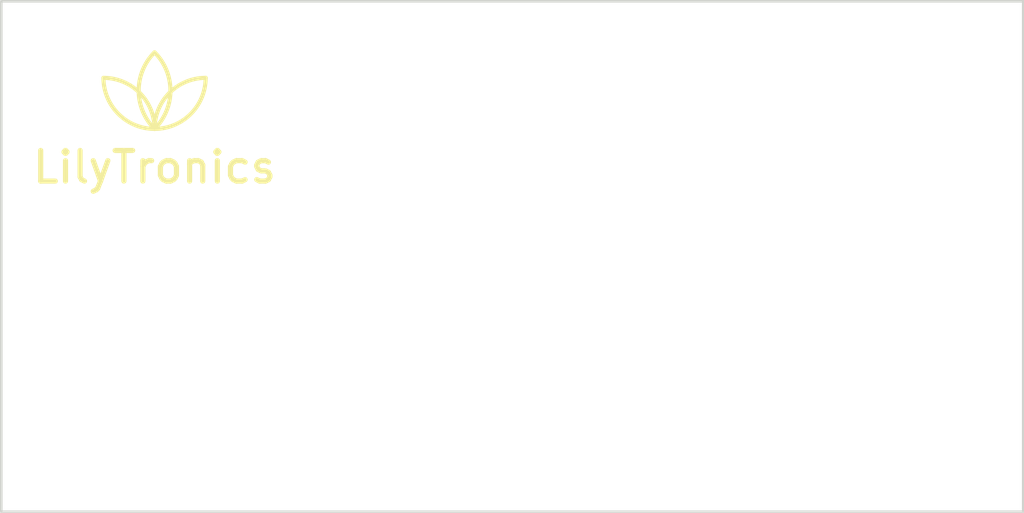
<source format=kicad_pcb>
(kicad_pcb (version 20241229) (generator "pcbnew") (generator_version "9.0")
  (title_block (title "Documentation symbols") (date "2025-05-24") (rev "1") (comment 1 "-") (comment 2 "-"))
  (layers (0 "F.Cu" signal) (2 "B.Cu" signal) (13 "F.Paste" user) (15 "B.Paste" user) (5 "F.SilkS" user "F.Silkscreen") (7 "B.SilkS" user "B.Silkscreen") (1 "F.Mask" user) (3 "B.Mask" user) (25 "Edge.Cuts" user))
  (net 0 "")
  (footprint "lily_footprints:doc_logo_lilytronics" (layer "F.Cu") (at 106 55)
    (property "Reference" "DOC1001" (hide yes))
    (property "Value" "doc_logo_lilytronics" (hide yes))
    (fp_arc (start -1.999999 -2.000001) (mid -0.585785 -1.414215) (end 0.000001 -0.000001) (stroke (width 0.16)) (layer "F.SilkS"))
    (fp_arc (start 0 0) (mid 0.585786 -1.414213) (end 2 -2) (stroke (width 0.16)) (layer "F.SilkS"))
    (fp_arc (start 0.000001 -2.999999) (mid 0.621321 -1.5) (end 0.000001 -0.000001) (stroke (width 0.16)) (layer "F.SilkS"))
    (fp_arc (start 0.000001 -0.000001) (mid -0.621319 -1.5) (end 0.000001 -2.999999) (stroke (width 0.16)) (layer "F.SilkS"))
    (fp_arc (start 2 -2) (mid 0 0) (end -2 -2) (stroke (width 0.16)) (layer "F.SilkS"))
    (fp_text user "LilyTronics" (at 0 1.5 0) (layer "F.SilkS") (effects (font (size 1.2 1.2) (thickness 0.2))))
  )
  (gr_rect (start 100 50) (end 140 70) (stroke (width 0.1)) (fill no) (layer "Edge.Cuts"))
)
</source>
